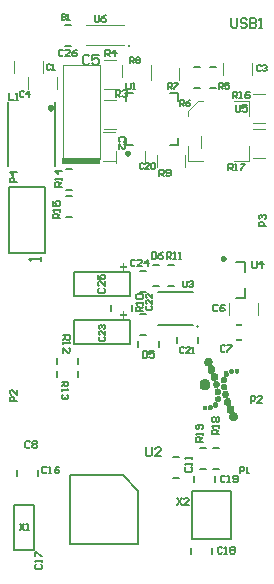
<source format=gto>
%FSTAX23Y23*%
%MOIN*%
%SFA1B1*%

%IPPOS*%
%ADD39C,0.008000*%
%ADD41C,0.010000*%
%ADD59C,0.009840*%
%ADD60C,0.003940*%
%ADD61C,0.007870*%
%ADD62C,0.005910*%
%ADD63C,0.004000*%
%ADD64C,0.002000*%
%ADD65C,0.006000*%
%ADD66C,0.006300*%
%ADD67R,0.020000X0.010000*%
%ADD68R,0.125010X0.020000*%
%ADD69R,0.007870X0.006890*%
%LNpowerpcb-1*%
%LPD*%
G36*
X00388Y-00845D02*
X00398D01*
Y-00849*
X00388*
Y-00859*
X00384*
Y-00849*
X00373*
Y-00845*
X00384*
Y-00835*
X00388*
Y-00845*
G37*
G36*
Y-01005D02*
X00398D01*
Y-01009*
X00388*
Y-01019*
X00384*
Y-01009*
X00373*
Y-01005*
X00384*
Y-00995*
X00388*
Y-01005*
G37*
G54D39*
X00615Y-01755D02*
Y-01594D01*
X00744Y-01755D02*
Y-01594D01*
X00615Y-01755D02*
X00744D01*
X00615Y-01594D02*
X00744D01*
X0022Y-00945D02*
X00409D01*
X0022D02*
Y-00865D01*
X00409*
Y-00945D02*
Y-00865D01*
X0022Y-01105D02*
X00409D01*
X0022D02*
Y-01025D01*
X00409*
Y-01105D02*
Y-01025D01*
X005Y-00929D02*
X00619D01*
X005Y-0104D02*
X00619D01*
G54D41*
X00148Y-00316D02*
D01*
X00148Y-00316*
X00148Y-00315*
X00148Y-00315*
X00148Y-00314*
X00148Y-00314*
X00148Y-00314*
X00148Y-00313*
X00148Y-00313*
X00147Y-00312*
X00147Y-00312*
X00147Y-00312*
X00146Y-00312*
X00146Y-00311*
X00146Y-00311*
X00145Y-00311*
X00145Y-00311*
X00145Y-0031*
X00144Y-0031*
X00144Y-0031*
X00144Y-0031*
X00143Y-0031*
X00143Y-0031*
X00142*
X00142Y-0031*
X00141Y-0031*
X00141Y-0031*
X00141Y-0031*
X0014Y-0031*
X0014Y-00311*
X0014Y-00311*
X00139Y-00311*
X00139Y-00311*
X00139Y-00312*
X00138Y-00312*
X00138Y-00312*
X00138Y-00312*
X00137Y-00313*
X00137Y-00313*
X00137Y-00314*
X00137Y-00314*
X00137Y-00314*
X00137Y-00315*
X00137Y-00315*
X00137Y-00316*
X00137Y-00316*
X00137Y-00316*
X00137Y-00317*
X00137Y-00317*
X00137Y-00318*
X00137Y-00318*
X00137Y-00318*
X00137Y-00319*
X00137Y-00319*
X00138Y-00319*
X00138Y-0032*
X00138Y-0032*
X00139Y-0032*
X00139Y-00321*
X00139Y-00321*
X0014Y-00321*
X0014Y-00321*
X0014Y-00321*
X00141Y-00322*
X00141Y-00322*
X00141Y-00322*
X00142Y-00322*
X00142Y-00322*
X00143*
X00143Y-00322*
X00144Y-00322*
X00144Y-00322*
X00144Y-00322*
X00145Y-00321*
X00145Y-00321*
X00145Y-00321*
X00146Y-00321*
X00146Y-00321*
X00146Y-0032*
X00147Y-0032*
X00147Y-0032*
X00147Y-00319*
X00148Y-00319*
X00148Y-00319*
X00148Y-00318*
X00148Y-00318*
X00148Y-00318*
X00148Y-00317*
X00148Y-00317*
X00148Y-00316*
X00148Y-00316*
X0063Y-01042D02*
D01*
G54D59*
X00723Y-00819D02*
D01*
X00723Y-00818*
X00723Y-00818*
X00723Y-00818*
X00723Y-00817*
X00723Y-00817*
X00723Y-00817*
X00723Y-00816*
X00722Y-00816*
X00722Y-00816*
X00722Y-00815*
X00722Y-00815*
X00722Y-00815*
X00721Y-00815*
X00721Y-00815*
X00721Y-00814*
X0072Y-00814*
X0072Y-00814*
X0072Y-00814*
X00719Y-00814*
X00719Y-00814*
X00719Y-00814*
X00718Y-00814*
X00718*
X00718Y-00814*
X00717Y-00814*
X00717Y-00814*
X00717Y-00814*
X00716Y-00814*
X00716Y-00814*
X00716Y-00814*
X00715Y-00815*
X00715Y-00815*
X00715Y-00815*
X00715Y-00815*
X00714Y-00815*
X00714Y-00816*
X00714Y-00816*
X00714Y-00816*
X00714Y-00817*
X00714Y-00817*
X00714Y-00817*
X00713Y-00818*
X00713Y-00818*
X00713Y-00818*
X00713Y-00819*
X00713Y-00819*
X00713Y-00819*
X00713Y-0082*
X00714Y-0082*
X00714Y-0082*
X00714Y-00821*
X00714Y-00821*
X00714Y-00821*
X00714Y-00822*
X00714Y-00822*
X00715Y-00822*
X00715Y-00822*
X00715Y-00823*
X00715Y-00823*
X00716Y-00823*
X00716Y-00823*
X00716Y-00823*
X00717Y-00823*
X00717Y-00823*
X00717Y-00823*
X00718Y-00824*
X00718Y-00824*
X00718*
X00719Y-00824*
X00719Y-00823*
X00719Y-00823*
X0072Y-00823*
X0072Y-00823*
X0072Y-00823*
X00721Y-00823*
X00721Y-00823*
X00721Y-00823*
X00722Y-00822*
X00722Y-00822*
X00722Y-00822*
X00722Y-00822*
X00722Y-00821*
X00723Y-00821*
X00723Y-00821*
X00723Y-0082*
X00723Y-0082*
X00723Y-0082*
X00723Y-00819*
X00723Y-00819*
X00723Y-00819*
X00404Y-00467D02*
D01*
X00404Y-00466*
X00404Y-00466*
X00404Y-00466*
X00404Y-00465*
X00403Y-00465*
X00403Y-00465*
X00403Y-00464*
X00403Y-00464*
X00403Y-00464*
X00403Y-00464*
X00402Y-00463*
X00402Y-00463*
X00402Y-00463*
X00402Y-00463*
X00401Y-00462*
X00401Y-00462*
X00401Y-00462*
X004Y-00462*
X004Y-00462*
X004Y-00462*
X00399Y-00462*
X00399Y-00462*
X00399*
X00398Y-00462*
X00398Y-00462*
X00398Y-00462*
X00397Y-00462*
X00397Y-00462*
X00397Y-00462*
X00396Y-00462*
X00396Y-00463*
X00396Y-00463*
X00395Y-00463*
X00395Y-00463*
X00395Y-00464*
X00395Y-00464*
X00395Y-00464*
X00394Y-00464*
X00394Y-00465*
X00394Y-00465*
X00394Y-00465*
X00394Y-00466*
X00394Y-00466*
X00394Y-00466*
X00394Y-00467*
X00394Y-00467*
X00394Y-00467*
X00394Y-00468*
X00394Y-00468*
X00394Y-00468*
X00394Y-00469*
X00394Y-00469*
X00395Y-00469*
X00395Y-0047*
X00395Y-0047*
X00395Y-0047*
X00395Y-0047*
X00396Y-00471*
X00396Y-00471*
X00396Y-00471*
X00397Y-00471*
X00397Y-00471*
X00397Y-00471*
X00398Y-00471*
X00398Y-00472*
X00398Y-00472*
X00399Y-00472*
X00399*
X00399Y-00472*
X004Y-00472*
X004Y-00471*
X004Y-00471*
X00401Y-00471*
X00401Y-00471*
X00401Y-00471*
X00402Y-00471*
X00402Y-00471*
X00402Y-0047*
X00402Y-0047*
X00403Y-0047*
X00403Y-0047*
X00403Y-00469*
X00403Y-00469*
X00403Y-00469*
X00403Y-00468*
X00404Y-00468*
X00404Y-00468*
X00404Y-00467*
X00404Y-00467*
X00404Y-00467*
G54D60*
X00362Y-00501D02*
Y-00461D01*
X00458Y-00501D02*
Y-00461D01*
X006Y-00328D02*
X00633Y-00295D01*
X00652*
X00754D02*
X00805D01*
Y-00343D02*
Y-00295D01*
Y-00495D02*
Y-00445D01*
X00754Y-00495D02*
X00805D01*
X006D02*
X00652D01*
X006D02*
Y-00445D01*
Y-00343D02*
Y-00328D01*
X00737Y-01006D02*
Y-00966D01*
X00833Y-01006D02*
Y-00966D01*
X00496Y-00513D02*
Y-00473D01*
X00592Y-00513D02*
Y-00473D01*
X00818Y-00483D02*
X00858D01*
X00818Y-00387D02*
X00858D01*
X00816Y-00271D02*
X00856D01*
X00816Y-00367D02*
X00856D01*
X00321Y-00291D02*
X00361D01*
X00321Y-00387D02*
X00361D01*
X00321Y-00156D02*
X00361D01*
X00321Y-00252D02*
X00361D01*
X00022Y-00201D02*
Y-00161D01*
X00118Y-00201D02*
Y-00161D01*
X00813Y-00206D02*
Y-00166D01*
X00717Y-00206D02*
Y-00166D01*
X00068Y-00253D02*
Y-00213D01*
X00164Y-00253D02*
Y-00213D01*
X00476Y-00223D02*
Y-00183D01*
X00572Y-00223D02*
Y-00183D01*
X00381Y-00213D02*
Y-00173D01*
X00477Y-00213D02*
Y-00173D01*
X00644Y-0045D02*
Y-0041D01*
X00318Y-00397D02*
X00358D01*
X00318Y-00493D02*
X00358D01*
X0026Y-00108D02*
X00388D01*
X00262Y-00041D02*
X00389D01*
G54D61*
X00125Y-008D02*
Y-00579D01*
X00004D02*
X00125D01*
X00004Y-008D02*
Y-00579D01*
Y-008D02*
X00125D01*
X00792Y-00949D02*
Y-00917D01*
X00761Y-00949D02*
X00792D01*
Y-00862D02*
Y-0083D01*
X00761D02*
X00792D01*
X00088Y-01669D02*
Y-0164D01*
Y-01789D02*
Y-01669D01*
X00021Y-01789D02*
X00088D01*
X00021D02*
Y-0164D01*
X00088*
X00566Y-00441D02*
Y-00416D01*
X00541Y-00441D02*
X00566D01*
Y-00293D02*
Y-00268D01*
X00541D02*
X00566D01*
X00393D02*
X00418D01*
X00393Y-00293D02*
Y-00268D01*
Y-00441D02*
Y-00416D01*
Y-00441D02*
X00418D01*
X0Y-00511D02*
Y-00298D01*
X00159Y-00511D02*
Y-00298D01*
X0011Y-00827D02*
Y-00814D01*
Y-00821*
X0007*
X00077Y-00827*
G54D62*
X00345Y-00995D02*
Y-00975D01*
X00415Y-00995D02*
Y-00975D01*
X00685Y-0145D02*
X00705D01*
X00685Y-0152D02*
X00705D01*
X0064D02*
X0066D01*
X0064Y-0145D02*
X0066D01*
X0055Y-0148D02*
X0057D01*
X0055Y-0155D02*
X0057D01*
X0069Y-01565D02*
Y-01545D01*
X0062Y-01565D02*
Y-01545D01*
X0068Y-01802D02*
Y-01782D01*
X0061Y-01802D02*
Y-01782D01*
X00235Y-01215D02*
Y-01195D01*
X00165Y-01215D02*
Y-01195D01*
X00505Y-01115D02*
Y-01095D01*
X00435Y-01115D02*
Y-01095D01*
X00535Y-0084D02*
X00555D01*
X00535Y-0091D02*
X00555D01*
X00485Y-0084D02*
X00505D01*
X00485Y-0091D02*
X00505D01*
X0044Y-0086D02*
X0046D01*
X0044Y-0093D02*
X0046D01*
X00195Y-0068D02*
X00215D01*
X00195Y-0061D02*
X00215D01*
X00195Y-0052D02*
X00215D01*
X00195Y-0059D02*
X00215D01*
X0019Y-0004D02*
X0021D01*
X0019Y-0011D02*
X0021D01*
X00235Y-0117D02*
Y-0115D01*
X00165Y-0117D02*
Y-0115D01*
X0044Y-01005D02*
X0046D01*
X0044Y-01075D02*
X0046D01*
X00565Y-011D02*
Y-0108D01*
X00635Y-011D02*
Y-0108D01*
X00675Y-0018D02*
X00695D01*
X00675Y-0025D02*
X00695D01*
X0062D02*
X0064D01*
X0062Y-0018D02*
X0064D01*
X00207Y-01541D02*
X00383D01*
X00207Y-01769D02*
Y-01541D01*
Y-01769D02*
X00435D01*
Y-01593*
X00383Y-01541D02*
X00435Y-01593D01*
X001Y-01545D02*
Y-01525D01*
X0003Y-01545D02*
Y-01525D01*
G54D63*
X00307Y-00488D02*
Y-00172D01*
X00183D02*
X00307D01*
X00183Y-00488D02*
X00307D01*
X00183D02*
Y-00172D01*
G54D64*
X0064Y-01247D02*
Y-01229D01*
X00642Y-01249D02*
Y-01227D01*
X00644Y-01251D02*
Y-01225D01*
X00646Y-01253D02*
Y-01223D01*
X00648Y-01255D02*
Y-01223D01*
X0065Y-01317D02*
Y-01313D01*
Y-01255D02*
Y-01221D01*
X00652Y-01321D02*
Y-01311D01*
Y-01255D02*
Y-01221D01*
X00654Y-01321D02*
Y-01309D01*
Y-01255D02*
Y-01221D01*
Y-01167D02*
Y-01159D01*
X00656Y-01321D02*
Y-01309D01*
Y-01255D02*
Y-01221D01*
Y-01171D02*
Y-01155D01*
X00658Y-01321D02*
Y-01309D01*
Y-01255D02*
Y-01221D01*
Y-01173D02*
Y-01153D01*
X0066Y-01319D02*
Y-01311D01*
Y-01255D02*
Y-01221D01*
Y-01175D02*
Y-01151D01*
X00662Y-01255D02*
Y-01223D01*
Y-01175D02*
Y-01149D01*
X00664Y-01253D02*
Y-01223D01*
Y-01175D02*
Y-01149D01*
X00666Y-01251D02*
Y-01225D01*
Y-01193D02*
Y-01181D01*
Y-01177D02*
Y-01149D01*
X00668Y-01319D02*
Y-01311D01*
Y-01249D02*
Y-01227D01*
Y-01197D02*
Y-01179D01*
Y-01177D02*
Y-01149D01*
X0067Y-01321D02*
Y-01309D01*
Y-01247D02*
Y-01229D01*
Y-01197D02*
Y-01177D01*
Y-01175D02*
Y-01149D01*
X00672Y-01321D02*
Y-01307D01*
Y-01241D02*
Y-01235D01*
Y-01199D02*
Y-01151D01*
X00674Y-01321D02*
Y-01307D01*
Y-01199D02*
Y-01175D01*
Y-01173D02*
Y-01151D01*
X00676Y-01321D02*
Y-01307D01*
Y-01217D02*
Y-01207D01*
Y-01199D02*
Y-01175D01*
Y-01173D02*
Y-01153D01*
X00678Y-01321D02*
Y-01309D01*
Y-01219D02*
Y-01203D01*
Y-01199D02*
Y-01175D01*
Y-01169D02*
Y-01155D01*
X0068Y-01317D02*
Y-01311D01*
Y-01221D02*
Y-01201D01*
Y-01199D02*
Y-01175D01*
Y-01163D02*
Y-01161D01*
X00682Y-01223D02*
Y-01201D01*
Y-01199D02*
Y-01175D01*
X00684Y-01309D02*
Y-01301D01*
Y-01241D02*
Y-01233D01*
Y-01223D02*
Y-01201D01*
Y-01197D02*
Y-01177D01*
X00686Y-01311D02*
Y-01299D01*
Y-01245D02*
Y-01229D01*
Y-01223D02*
Y-01201D01*
Y-01195D02*
Y-01179D01*
X00688Y-01313D02*
Y-01297D01*
Y-01247D02*
Y-01227D01*
Y-01223D02*
Y-01201D01*
Y-01193D02*
Y-01181D01*
X0069Y-01313D02*
Y-01297D01*
Y-01267D02*
Y-01257D01*
Y-01247D02*
Y-01227D01*
Y-01223D02*
Y-01201D01*
X00692Y-01313D02*
Y-01297D01*
Y-01291D02*
Y-01281D01*
Y-01269D02*
Y-01255D01*
Y-01247D02*
Y-01227D01*
Y-01223D02*
Y-01201D01*
X00694Y-01313D02*
Y-01297D01*
Y-01293D02*
Y-01279D01*
Y-01271D02*
Y-01253D01*
Y-01247D02*
Y-01227D01*
Y-01221D02*
Y-01203D01*
X00696Y-01311D02*
Y-01299D01*
Y-01293D02*
Y-01277D01*
Y-01271D02*
Y-01253D01*
Y-01247D02*
Y-01227D01*
Y-01219D02*
Y-01205D01*
X00698Y-01309D02*
Y-01301D01*
Y-01295D02*
Y-01277D01*
Y-01271D02*
Y-01251D01*
Y-01247D02*
Y-01227D01*
Y-01213D02*
Y-01211D01*
X007Y-01295D02*
Y-01277D01*
Y-01271D02*
Y-01253D01*
Y-01245D02*
Y-01229D01*
X00702Y-01293D02*
Y-01277D01*
Y-01271D02*
Y-01253D01*
Y-01243D02*
Y-01231D01*
X00704Y-01293D02*
Y-01277D01*
Y-01269D02*
Y-01253D01*
Y-01239D02*
Y-01235D01*
X00706Y-01291D02*
Y-01279D01*
Y-01267D02*
Y-01257D01*
X00708Y-01287D02*
Y-01283D01*
X0071Y-01247D02*
Y-01245D01*
Y-01225D02*
Y-01219D01*
X00712Y-01251D02*
Y-01239D01*
Y-01229D02*
Y-01217D01*
X00714Y-01275D02*
Y-01267D01*
Y-01253D02*
Y-01237D01*
Y-01231D02*
Y-01215D01*
X00716Y-01277D02*
Y-01263D01*
Y-01255D02*
Y-01237D01*
Y-01231D02*
Y-01213D01*
X00718Y-01279D02*
Y-01261D01*
Y-01255D02*
Y-01237D01*
Y-01231D02*
Y-01213D01*
X0072Y-01299D02*
Y-01293D01*
Y-01281D02*
Y-01261D01*
Y-01255D02*
Y-01237D01*
Y-01231D02*
Y-01213D01*
Y-01207D02*
Y-01199D01*
X00722Y-01303D02*
Y-01289D01*
Y-01281D02*
Y-01259D01*
Y-01255D02*
Y-01237D01*
Y-01231D02*
Y-01215D01*
Y-01209D02*
Y-01195D01*
X00724Y-01305D02*
Y-01287D01*
Y-01281D02*
Y-01259D01*
Y-01255D02*
Y-01237D01*
Y-01229D02*
Y-01215D01*
Y-01211D02*
Y-01195D01*
X00726Y-01307D02*
Y-01285D01*
Y-01281D02*
Y-01259D01*
Y-01253D02*
Y-01239D01*
Y-01227D02*
Y-01217D01*
Y-01211D02*
Y-01195D01*
X00728Y-01307D02*
Y-01285D01*
Y-01281D02*
Y-01261D01*
Y-01251D02*
Y-01241D01*
Y-01211D02*
Y-01195D01*
X0073Y-01327D02*
Y-01315D01*
Y-01307D02*
Y-01285D01*
Y-01279D02*
Y-01261D01*
Y-01209D02*
Y-01195D01*
X00732Y-01329D02*
Y-01311D01*
Y-01307D02*
Y-01285D01*
Y-01277D02*
Y-01263D01*
Y-01209D02*
Y-01197D01*
X00734Y-01331D02*
Y-01309D01*
Y-01307D02*
Y-01285D01*
Y-01275D02*
Y-01267D01*
Y-01207D02*
Y-01199D01*
X00736Y-01333D02*
Y-01309D01*
Y-01307D02*
Y-01285D01*
X00738Y-01349D02*
Y-01341D01*
Y-01333D02*
Y-01309D01*
Y-01305D02*
Y-01287D01*
Y-01197D02*
Y-01189D01*
X0074Y-01353D02*
Y-01337D01*
Y-01333D02*
Y-01307D01*
Y-01303D02*
Y-01289D01*
Y-01199D02*
Y-01187D01*
X00742Y-01355D02*
Y-01335D01*
Y-01333D02*
Y-01307D01*
Y-01301D02*
Y-01291D01*
Y-01201D02*
Y-01187D01*
X00744Y-01357D02*
Y-01309D01*
Y-01201D02*
Y-01187D01*
X00746Y-01357D02*
Y-01333D01*
Y-01331D02*
Y-01309D01*
Y-01201D02*
Y-01187D01*
X00748Y-01357D02*
Y-01311D01*
Y-01199D02*
Y-01187D01*
X0075Y-01357D02*
Y-01331D01*
Y-01329D02*
Y-01311D01*
Y-01197D02*
Y-01189D01*
X00752Y-01357D02*
Y-01331D01*
Y-01325D02*
Y-01315D01*
X00754Y-01357D02*
Y-01331D01*
X00756Y-01357D02*
Y-01333D01*
Y-01193D02*
Y-01191D01*
X00758Y-01357D02*
Y-01333D01*
Y-01197D02*
Y-01187D01*
X0076Y-01355D02*
Y-01335D01*
Y-01199D02*
Y-01187D01*
X00762Y-01353D02*
Y-01337D01*
Y-01199D02*
Y-01187D01*
X00764Y-01349D02*
Y-01341D01*
Y-01199D02*
Y-01187D01*
X00766Y-01197D02*
Y-01187D01*
G54D65*
X0076Y-00307D02*
Y-00326D01*
X00763Y-0033*
X00771*
X00775Y-00326*
Y-00307*
X00798D02*
X00782D01*
Y-00318*
X0079Y-00314*
X00794*
X00798Y-00318*
Y-00326*
X00794Y-0033*
X00786*
X00782Y-00326*
X0048Y-00797D02*
Y-0082D01*
X00491*
X00495Y-00816*
Y-008*
X00491Y-00797*
X0048*
X00518D02*
X0051Y-008D01*
X00502Y-00808*
Y-00816*
X00506Y-0082*
X00514*
X00518Y-00816*
Y-00812*
X00514Y-00808*
X00502*
X0045Y-01127D02*
Y-0115D01*
X00461*
X00465Y-01146*
Y-0113*
X00461Y-01127*
X0045*
X00488D02*
X00472D01*
Y-01138*
X0048Y-01134*
X00484*
X00488Y-01138*
Y-01146*
X00484Y-0115*
X00476*
X00472Y-01146*
X0003Y-00565D02*
X00007D01*
Y-00553*
X0001Y-00549*
X00018*
X00022Y-00553*
Y-00565*
X0003Y-0053D02*
X00007D01*
X00018Y-00542*
Y-00526*
X0065Y-0143D02*
X00627D01*
Y-01418*
X0063Y-01414*
X00638*
X00642Y-01418*
Y-0143*
Y-01422D02*
X0065Y-01414D01*
Y-01407D02*
Y-01399D01*
Y-01403*
X00627*
X0063Y-01407*
X00646Y-01387D02*
X0065Y-01384D01*
Y-01376*
X00646Y-01372*
X0063*
X00627Y-01376*
Y-01384*
X0063Y-01387*
X00634*
X00638Y-01384*
Y-01372*
X00705Y-01405D02*
X00682D01*
Y-01393*
X00685Y-01389*
X00693*
X00697Y-01393*
Y-01405*
Y-01397D02*
X00705Y-01389D01*
Y-01382D02*
Y-01374D01*
Y-01378*
X00682*
X00685Y-01382*
Y-01362D02*
X00682Y-01359D01*
Y-01351*
X00685Y-01347*
X00689*
X00693Y-01351*
X00697Y-01347*
X00701*
X00705Y-01351*
Y-01359*
X00701Y-01362*
X00697*
X00693Y-01359*
X00689Y-01362*
X00685*
X00693Y-01359D02*
Y-01351D01*
X00185Y-00125D02*
X00181Y-00122D01*
X00173*
X0017Y-00125*
Y-00141*
X00173Y-00145*
X00181*
X00185Y-00141*
X00208Y-00145D02*
X00192D01*
X00208Y-00129*
Y-00125*
X00204Y-00122*
X00196*
X00192Y-00125*
X00231Y-00122D02*
X00223Y-00125D01*
X00215Y-00133*
Y-00141*
X00219Y-00145*
X00227*
X00231Y-00141*
Y-00137*
X00227Y-00133*
X00215*
X0029Y-00007D02*
Y-00026D01*
X00293Y-0003*
X00301*
X00305Y-00026*
Y-00007*
X00328D02*
X0032Y-0001D01*
X00312Y-00018*
Y-00026*
X00316Y-0003*
X00324*
X00328Y-00026*
Y-00022*
X00324Y-00018*
X00312*
X00735Y-00525D02*
Y-00502D01*
X00746*
X0075Y-00505*
Y-00513*
X00746Y-00517*
X00735*
X00742D02*
X0075Y-00525D01*
X00757D02*
X00765D01*
X00761*
Y-00502*
X00757Y-00505*
X00777Y-00502D02*
X00792D01*
Y-00505*
X00777Y-00521*
Y-00525*
X0075Y-00285D02*
Y-00262D01*
X00761*
X00765Y-00265*
Y-00273*
X00761Y-00277*
X0075*
X00757D02*
X00765Y-00285D01*
X00772D02*
X0078D01*
X00776*
Y-00262*
X00772Y-00265*
X00807Y-00262D02*
X00799Y-00265D01*
X00792Y-00273*
Y-00281*
X00795Y-00285*
X00803*
X00807Y-00281*
Y-00277*
X00803Y-00273*
X00792*
X00325Y-00145D02*
Y-00122D01*
X00336*
X0034Y-00125*
Y-00133*
X00336Y-00137*
X00325*
X00332D02*
X0034Y-00145D01*
X00359D02*
Y-00122D01*
X00347Y-00133*
X00363*
X007Y-00975D02*
X00696Y-00972D01*
X00688*
X00685Y-00975*
Y-00991*
X00688Y-00995*
X00696*
X007Y-00991*
X00723Y-00972D02*
X00715Y-00975D01*
X00707Y-00983*
Y-00991*
X00711Y-00995*
X00719*
X00723Y-00991*
Y-00987*
X00719Y-00983*
X00707*
X00005Y-00267D02*
Y-0029D01*
X0002*
X00027D02*
X00035D01*
X00031*
Y-00267*
X00027Y-0027*
X0036Y-0028D02*
Y-00257D01*
X00371*
X00375Y-0026*
Y-00268*
X00371Y-00272*
X0036*
X00367D02*
X00375Y-0028D01*
X00382Y-0026D02*
X00386Y-00257D01*
X00394*
X00398Y-0026*
Y-00264*
X00394Y-00268*
X0039*
X00394*
X00398Y-00272*
Y-00276*
X00394Y-0028*
X00386*
X00382Y-00276*
X00815Y-00827D02*
Y-00846D01*
X00818Y-0085*
X00826*
X0083Y-00846*
Y-00827*
X00849Y-0085D02*
Y-00827D01*
X00837Y-00838*
X00853*
X00725Y-0111D02*
X00721Y-01107D01*
X00713*
X0071Y-0111*
Y-01126*
X00713Y-0113*
X00721*
X00725Y-01126*
X00732Y-01107D02*
X00748D01*
Y-0111*
X00732Y-01126*
Y-0113*
X00175Y-00685D02*
X00152D01*
Y-00674*
X00155Y-0067*
X00163*
X00167Y-00674*
Y-00685*
Y-00677D02*
X00175Y-0067D01*
Y-00662D02*
Y-00654D01*
Y-00658*
X00152*
X00155Y-00662*
X00152Y-00628D02*
Y-00643D01*
X00163*
X00159Y-00635*
Y-00631*
X00163Y-00628*
X00171*
X00175Y-00631*
Y-00639*
X00171Y-00643*
X0018Y-0058D02*
X00157D01*
Y-00568*
X0016Y-00564*
X00168*
X00172Y-00568*
Y-0058*
Y-00572D02*
X0018Y-00564D01*
Y-00557D02*
Y-00549D01*
Y-00553*
X00157*
X0016Y-00557*
X0018Y-00526D02*
X00157D01*
X00168Y-00537*
Y-00522*
X0018Y-0123D02*
X00202D01*
Y-01241*
X00199Y-01245*
X00191*
X00187Y-01241*
Y-0123*
Y-01237D02*
X0018Y-01245D01*
Y-01252D02*
Y-0126D01*
Y-01256*
X00202*
X00199Y-01252*
Y-01272D02*
X00202Y-01275D01*
Y-01283*
X00199Y-01287*
X00195*
X00191Y-01283*
Y-01279*
Y-01283*
X00187Y-01287*
X00183*
X0018Y-01283*
Y-01275*
X00183Y-01272*
X00185Y-01075D02*
X00207D01*
Y-01086*
X00204Y-0109*
X00196*
X00192Y-01086*
Y-01075*
Y-01082D02*
X00185Y-0109D01*
Y-01097D02*
Y-01105D01*
Y-01101*
X00207*
X00204Y-01097*
X00185Y-01132D02*
Y-01117D01*
X002Y-01132*
X00204*
X00207Y-01128*
Y-0112*
X00204Y-01117*
X00565Y-01617D02*
X0058Y-0164D01*
Y-01617D02*
X00565Y-0164D01*
X00603D02*
X00587D01*
X00603Y-01624*
Y-0162*
X00599Y-01617*
X00591*
X00587Y-0162*
X0004Y-01702D02*
X00055Y-01725D01*
Y-01702D02*
X0004Y-01725D01*
X00062D02*
X0007D01*
X00066*
Y-01702*
X00062Y-01705*
X0053Y-0082D02*
Y-00797D01*
X00541*
X00545Y-008*
Y-00808*
X00541Y-00812*
X0053*
X00537D02*
X00545Y-0082D01*
X00552D02*
X0056D01*
X00556*
Y-00797*
X00552Y-008*
X00572Y-0082D02*
X00579D01*
X00575*
Y-00797*
X00572Y-008*
X0045Y-00995D02*
X00427D01*
Y-00983*
X0043Y-00979*
X00438*
X00442Y-00983*
Y-00995*
Y-00987D02*
X0045Y-00979D01*
Y-00972D02*
Y-00964D01*
Y-00968*
X00427*
X0043Y-00972*
Y-00952D02*
X00427Y-00949D01*
Y-00941*
X0043Y-00937*
X00446*
X0045Y-00941*
Y-00949*
X00446Y-00952*
X0043*
X00505Y-00545D02*
Y-00522D01*
X00516*
X0052Y-00525*
Y-00533*
X00516Y-00537*
X00505*
X00512D02*
X0052Y-00545D01*
X00527Y-00541D02*
X00531Y-00545D01*
X00539*
X00543Y-00541*
Y-00525*
X00539Y-00522*
X00531*
X00527Y-00525*
Y-00529*
X00531Y-00533*
X00543*
X0003Y-01295D02*
X00007D01*
Y-01283*
X0001Y-01279*
X00018*
X00022Y-01283*
Y-01295*
X0003Y-01256D02*
Y-01272D01*
X00014Y-01256*
X0001*
X00007Y-0126*
Y-01268*
X0001Y-01272*
X00773Y-01535D02*
Y-01512D01*
X00784*
X00788Y-01516*
Y-01523*
X00784Y-01527*
X00773*
X00796Y-01535D02*
X00803D01*
X00799*
Y-01512*
X00796Y-01516*
X00425Y-00825D02*
X00421Y-00822D01*
X00413*
X0041Y-00825*
Y-00841*
X00413Y-00845*
X00421*
X00425Y-00841*
X00448Y-00845D02*
X00432D01*
X00448Y-00829*
Y-00825*
X00444Y-00822*
X00436*
X00432Y-00825*
X00467Y-00845D02*
Y-00822D01*
X00455Y-00833*
X00471*
X00463Y-00976D02*
X0046Y-0098D01*
Y-00986*
X00463Y-0099*
X00476*
X0048Y-00986*
Y-0098*
X00476Y-00976*
X0048Y-00956D02*
Y-0097D01*
X00466Y-00956*
X00463*
X0046Y-0096*
Y-00966*
X00463Y-0097*
X0048Y-00936D02*
Y-0095D01*
X00466Y-00936*
X00463*
X0046Y-0094*
Y-00946*
X00463Y-0095*
X00725Y-01545D02*
X00721Y-01542D01*
X00713*
X0071Y-01545*
Y-01561*
X00713Y-01565*
X00721*
X00725Y-01561*
X00732Y-01565D02*
X0074D01*
X00736*
Y-01542*
X00732Y-01545*
X00752Y-01561D02*
X00755Y-01565D01*
X00763*
X00767Y-01561*
Y-01545*
X00763Y-01542*
X00755*
X00752Y-01545*
Y-01549*
X00755Y-01553*
X00767*
X00715Y-01782D02*
X00711Y-01779D01*
X00703*
X007Y-01782*
Y-01798*
X00703Y-01802*
X00711*
X00715Y-01798*
X00722Y-01802D02*
X0073D01*
X00726*
Y-01779*
X00722Y-01782*
X00742D02*
X00745Y-01779D01*
X00753*
X00757Y-01782*
Y-01786*
X00753Y-0179*
X00757Y-01794*
Y-01798*
X00753Y-01802*
X00745*
X00742Y-01798*
Y-01794*
X00745Y-0179*
X00742Y-01786*
Y-01782*
X00745Y-0179D02*
X00753D01*
X00095Y-01838D02*
X00092Y-01842D01*
Y-0185*
X00095Y-01854*
X00111*
X00115Y-0185*
Y-01842*
X00111Y-01838*
X00115Y-01831D02*
Y-01823D01*
Y-01827*
X00092*
X00095Y-01831*
X00092Y-01811D02*
Y-01796D01*
X00095*
X00111Y-01811*
X00115*
X0013Y-01515D02*
X00126Y-01512D01*
X00118*
X00115Y-01515*
Y-01531*
X00118Y-01535*
X00126*
X0013Y-01531*
X00137Y-01535D02*
X00145D01*
X00141*
Y-01512*
X00137Y-01515*
X00172Y-01512D02*
X00164Y-01515D01*
X00157Y-01523*
Y-01531*
X0016Y-01535*
X00168*
X00172Y-01531*
Y-01527*
X00168Y-01523*
X00157*
X00595Y-01514D02*
X00592Y-01518D01*
Y-01526*
X00595Y-0153*
X00611*
X00615Y-01526*
Y-01518*
X00611Y-01514*
X00615Y-01507D02*
Y-01499D01*
Y-01503*
X00592*
X00595Y-01507*
X00615Y-01488D02*
Y-0148D01*
Y-01484*
X00592*
X00595Y-01488*
X00074Y-0143D02*
X0007Y-01427D01*
X00063*
X00059Y-0143*
Y-01446*
X00063Y-0145*
X0007*
X00074Y-01446*
X00082Y-0143D02*
X00086Y-01427D01*
X00093*
X00097Y-0143*
Y-01434*
X00093Y-01438*
X00097Y-01442*
Y-01446*
X00093Y-0145*
X00086*
X00082Y-01446*
Y-01442*
X00086Y-01438*
X00082Y-01434*
Y-0143*
X00086Y-01438D02*
X00093D01*
X00305Y-00918D02*
X00301Y-00922D01*
Y-0093*
X00305Y-00934*
X0032*
X00324Y-0093*
Y-00922*
X0032Y-00918*
X00324Y-00895D02*
Y-00911D01*
X00309Y-00895*
X00305*
X00301Y-00899*
Y-00907*
X00305Y-00911*
X00301Y-00872D02*
Y-00888D01*
X00313*
X00309Y-0088*
Y-00876*
X00313Y-00872*
X0032*
X00324Y-00876*
Y-00884*
X0032Y-00888*
X00395Y-00232D02*
Y-00251D01*
X00398Y-00255*
X00406*
X0041Y-00251*
Y-00232*
X00417Y-00255D02*
X00425D01*
X00421*
Y-00232*
X00417Y-00235*
X0081Y-013D02*
Y-01277D01*
X00821*
X00825Y-0128*
Y-01288*
X00821Y-01292*
X0081*
X00848Y-013D02*
X00832D01*
X00848Y-01284*
Y-0128*
X00844Y-01277*
X00836*
X00832Y-0128*
X00861Y-00711D02*
X00838D01*
Y-007*
X00842Y-00696*
X00849*
X00853Y-007*
Y-00711*
X00842Y-00688D02*
X00838Y-00685D01*
Y-00677*
X00842Y-00673*
X00846*
X00849Y-00677*
Y-00681*
Y-00677*
X00853Y-00673*
X00857*
X00861Y-00677*
Y-00685*
X00857Y-00688*
X00389Y-0043D02*
X00392Y-00426D01*
Y-00418*
X00389Y-00415*
X00373*
X0037Y-00418*
Y-00426*
X00373Y-0043*
X0037Y-00453D02*
Y-00437D01*
X00385Y-00453*
X00389*
X00392Y-00449*
Y-00441*
X00389Y-00437*
G54D66*
X00308Y-0108D02*
X00304Y-01084D01*
Y-0109*
X00308Y-01094*
X00321*
X00324Y-0109*
Y-01084*
X00321Y-0108*
X00324Y-01061D02*
Y-01074D01*
X00311Y-01061*
X00308*
X00304Y-01064*
Y-01071*
X00308Y-01074*
Y-01054D02*
X00304Y-01051D01*
Y-01044*
X00308Y-01041*
X00311*
X00314Y-01044*
Y-01048*
Y-01044*
X00317Y-01041*
X00321*
X00324Y-01044*
Y-01051*
X00321Y-01054*
X00745Y-00018D02*
Y-00044D01*
X0075Y-0005*
X0076*
X00765Y-00044*
Y-00018*
X00797Y-00023D02*
X00792Y-00018D01*
X00781*
X00776Y-00023*
Y-00029*
X00781Y-00034*
X00792*
X00797Y-00039*
Y-00044*
X00792Y-0005*
X00781*
X00776Y-00044*
X00807Y-00018D02*
Y-0005D01*
X00823*
X00828Y-00044*
Y-00039*
X00823Y-00034*
X00807*
X00823*
X00828Y-00029*
Y-00023*
X00823Y-00018*
X00807*
X00839Y-0005D02*
X00849D01*
X00844*
Y-00018*
X00839Y-00023*
X0018Y-00005D02*
Y-00025D01*
X00189*
X00193Y-00021*
Y-00018*
X00189Y-00015*
X0018*
X00189*
X00193Y-00011*
Y-00008*
X00189Y-00005*
X0018*
X00199Y-00025D02*
X00206D01*
X00202*
Y-00005*
X00199Y-00008*
X00143Y-00173D02*
X00139Y-0017D01*
X00133*
X0013Y-00173*
Y-00186*
X00133Y-0019*
X00139*
X00143Y-00186*
X00149Y-0019D02*
X00156D01*
X00152*
Y-0017*
X00149Y-00173*
X00843Y-00177D02*
X0084Y-00174D01*
X00833*
X0083Y-00177*
Y-0019*
X00833Y-00193*
X0084*
X00843Y-0019*
X00849Y-00177D02*
X00853Y-00174D01*
X00859*
X00863Y-00177*
Y-0018*
X00859Y-00184*
X00856*
X00859*
X00863Y-00187*
Y-0019*
X00859Y-00193*
X00853*
X00849Y-0019*
X00055Y-00263D02*
X00051Y-0026D01*
X00045*
X00042Y-00263*
Y-00276*
X00045Y-0028*
X00051*
X00055Y-00276*
X00071Y-0028D02*
Y-0026D01*
X00061Y-0027*
X00074*
X00271Y-00145D02*
X00266Y-0014D01*
X00256*
X0025Y-00145*
Y-00166*
X00256Y-00172*
X00266*
X00271Y-00166*
X00303Y-0014D02*
X00282D01*
Y-00156*
X00292Y-00151*
X00298*
X00303Y-00156*
Y-00166*
X00298Y-00172*
X00287*
X00282Y-00166*
X00453Y-00503D02*
X00449Y-005D01*
X00443*
X0044Y-00503*
Y-00516*
X00443Y-0052*
X00449*
X00453Y-00516*
X00472Y-0052D02*
X00459D01*
X00472Y-00506*
Y-00503*
X00469Y-005*
X00462*
X00459Y-00503*
X00479D02*
X00482Y-005D01*
X00489*
X00492Y-00503*
Y-00516*
X00489Y-0052*
X00482*
X00479Y-00516*
Y-00503*
X00588Y-01118D02*
X00584Y-01115D01*
X00578*
X00575Y-01118*
Y-01131*
X00578Y-01135*
X00584*
X00588Y-01131*
X00607Y-01135D02*
X00594D01*
X00607Y-01121*
Y-01118*
X00604Y-01115*
X00597*
X00594Y-01118*
X00614Y-01135D02*
X0062D01*
X00617*
Y-01115*
X00614Y-01118*
X00705Y-00255D02*
Y-00235D01*
X00714*
X00718Y-00238*
Y-00245*
X00714Y-00248*
X00705*
X00711D02*
X00718Y-00255D01*
X00737Y-00235D02*
X00724D01*
Y-00245*
X00731Y-00241*
X00734*
X00737Y-00245*
Y-00251*
X00734Y-00255*
X00727*
X00724Y-00251*
X00575Y-0031D02*
Y-0029D01*
X00584*
X00588Y-00293*
Y-003*
X00584Y-00303*
X00575*
X00581D02*
X00588Y-0031D01*
X00607Y-0029D02*
X00601Y-00293D01*
X00594Y-003*
Y-00306*
X00597Y-0031*
X00604*
X00607Y-00306*
Y-00303*
X00604Y-003*
X00594*
X00535Y-00255D02*
Y-00235D01*
X00544*
X00548Y-00238*
Y-00245*
X00544Y-00248*
X00535*
X00541D02*
X00548Y-00255D01*
X00554Y-00235D02*
X00567D01*
Y-00238*
X00554Y-00251*
Y-00255*
X00407Y-00168D02*
Y-00148D01*
X00417*
X00421Y-00152*
Y-00158*
X00417Y-00161*
X00407*
X00414D02*
X00421Y-00168D01*
X00427Y-00152D02*
X0043Y-00148D01*
X00437*
X0044Y-00152*
Y-00155*
X00437Y-00158*
X0044Y-00161*
Y-00165*
X00437Y-00168*
X0043*
X00427Y-00165*
Y-00161*
X0043Y-00158*
X00427Y-00155*
Y-00152*
X0043Y-00158D02*
X00437D01*
X0046Y-01447D02*
Y-01473D01*
X00465Y-01478*
X00475*
X0048Y-01473*
Y-01447*
X00512Y-01478D02*
X00491D01*
X00512Y-01457*
Y-01452*
X00507Y-01447*
X00496*
X00491Y-01452*
X00585Y-00895D02*
Y-00911D01*
X00588Y-00915*
X00594*
X00598Y-00911*
Y-00895*
X00604Y-00898D02*
X00607Y-00895D01*
X00614*
X00617Y-00898*
Y-00901*
X00614Y-00905*
X00611*
X00614*
X00617Y-00908*
Y-00911*
X00614Y-00915*
X00607*
X00604Y-00911*
G54D67*
X0077Y-0109D03*
Y-0104D03*
G54D68*
X00243Y-00495D03*
G54D69*
X00403Y-00109D03*
M02*
</source>
